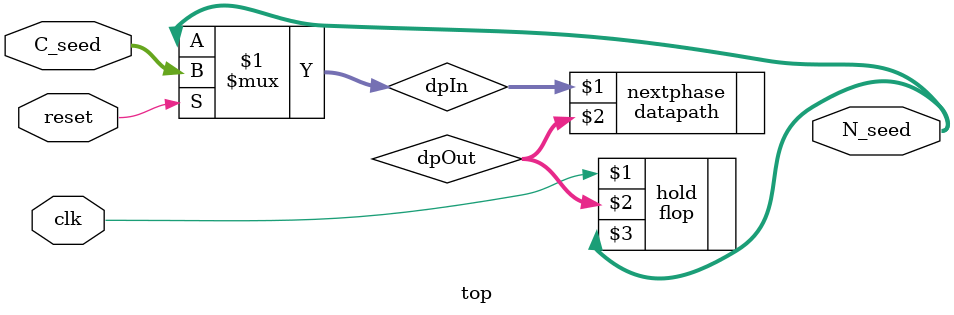
<source format=sv>
module top (input logic  [63:0] C_seed, 
	         input logic         clk, reset,
	         output logic [63:0] N_seed);

   logic [63:0] 		       dpIn;
   logic [63:0] 		       dpOut;

   assign dpIn = reset ? C_seed : N_seed;
   datapath nextphase(dpIn, dpOut);
   flop hold(clk, dpOut, N_seed);
   

endmodule // top


</source>
